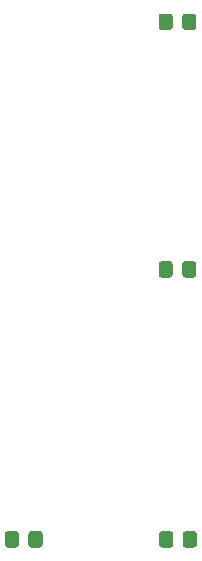
<source format=gbr>
%TF.GenerationSoftware,KiCad,Pcbnew,(5.1.8)-1*%
%TF.CreationDate,2024-01-21T21:17:12+03:00*%
%TF.ProjectId,MUX8x1-v5,4d555838-7831-42d7-9635-2e6b69636164,rev?*%
%TF.SameCoordinates,Original*%
%TF.FileFunction,Paste,Bot*%
%TF.FilePolarity,Positive*%
%FSLAX46Y46*%
G04 Gerber Fmt 4.6, Leading zero omitted, Abs format (unit mm)*
G04 Created by KiCad (PCBNEW (5.1.8)-1) date 2024-01-21 21:17:12*
%MOMM*%
%LPD*%
G01*
G04 APERTURE LIST*
G04 APERTURE END LIST*
%TO.C,R7*%
G36*
G01*
X175977500Y-48075001D02*
X175977500Y-47174999D01*
G75*
G02*
X176227499Y-46925000I249999J0D01*
G01*
X176927501Y-46925000D01*
G75*
G02*
X177177500Y-47174999I0J-249999D01*
G01*
X177177500Y-48075001D01*
G75*
G02*
X176927501Y-48325000I-249999J0D01*
G01*
X176227499Y-48325000D01*
G75*
G02*
X175977500Y-48075001I0J249999D01*
G01*
G37*
G36*
G01*
X173977500Y-48075001D02*
X173977500Y-47174999D01*
G75*
G02*
X174227499Y-46925000I249999J0D01*
G01*
X174927501Y-46925000D01*
G75*
G02*
X175177500Y-47174999I0J-249999D01*
G01*
X175177500Y-48075001D01*
G75*
G02*
X174927501Y-48325000I-249999J0D01*
G01*
X174227499Y-48325000D01*
G75*
G02*
X173977500Y-48075001I0J249999D01*
G01*
G37*
%TD*%
%TO.C,R3*%
G36*
G01*
X176025000Y-91890001D02*
X176025000Y-90989999D01*
G75*
G02*
X176274999Y-90740000I249999J0D01*
G01*
X176975001Y-90740000D01*
G75*
G02*
X177225000Y-90989999I0J-249999D01*
G01*
X177225000Y-91890001D01*
G75*
G02*
X176975001Y-92140000I-249999J0D01*
G01*
X176274999Y-92140000D01*
G75*
G02*
X176025000Y-91890001I0J249999D01*
G01*
G37*
G36*
G01*
X174025000Y-91890001D02*
X174025000Y-90989999D01*
G75*
G02*
X174274999Y-90740000I249999J0D01*
G01*
X174975001Y-90740000D01*
G75*
G02*
X175225000Y-90989999I0J-249999D01*
G01*
X175225000Y-91890001D01*
G75*
G02*
X174975001Y-92140000I-249999J0D01*
G01*
X174274999Y-92140000D01*
G75*
G02*
X174025000Y-91890001I0J249999D01*
G01*
G37*
%TD*%
%TO.C,R2*%
G36*
G01*
X162960000Y-91890001D02*
X162960000Y-90989999D01*
G75*
G02*
X163209999Y-90740000I249999J0D01*
G01*
X163910001Y-90740000D01*
G75*
G02*
X164160000Y-90989999I0J-249999D01*
G01*
X164160000Y-91890001D01*
G75*
G02*
X163910001Y-92140000I-249999J0D01*
G01*
X163209999Y-92140000D01*
G75*
G02*
X162960000Y-91890001I0J249999D01*
G01*
G37*
G36*
G01*
X160960000Y-91890001D02*
X160960000Y-90989999D01*
G75*
G02*
X161209999Y-90740000I249999J0D01*
G01*
X161910001Y-90740000D01*
G75*
G02*
X162160000Y-90989999I0J-249999D01*
G01*
X162160000Y-91890001D01*
G75*
G02*
X161910001Y-92140000I-249999J0D01*
G01*
X161209999Y-92140000D01*
G75*
G02*
X160960000Y-91890001I0J249999D01*
G01*
G37*
%TD*%
%TO.C,R1*%
G36*
G01*
X175977500Y-69030001D02*
X175977500Y-68129999D01*
G75*
G02*
X176227499Y-67880000I249999J0D01*
G01*
X176927501Y-67880000D01*
G75*
G02*
X177177500Y-68129999I0J-249999D01*
G01*
X177177500Y-69030001D01*
G75*
G02*
X176927501Y-69280000I-249999J0D01*
G01*
X176227499Y-69280000D01*
G75*
G02*
X175977500Y-69030001I0J249999D01*
G01*
G37*
G36*
G01*
X173977500Y-69030001D02*
X173977500Y-68129999D01*
G75*
G02*
X174227499Y-67880000I249999J0D01*
G01*
X174927501Y-67880000D01*
G75*
G02*
X175177500Y-68129999I0J-249999D01*
G01*
X175177500Y-69030001D01*
G75*
G02*
X174927501Y-69280000I-249999J0D01*
G01*
X174227499Y-69280000D01*
G75*
G02*
X173977500Y-69030001I0J249999D01*
G01*
G37*
%TD*%
M02*

</source>
